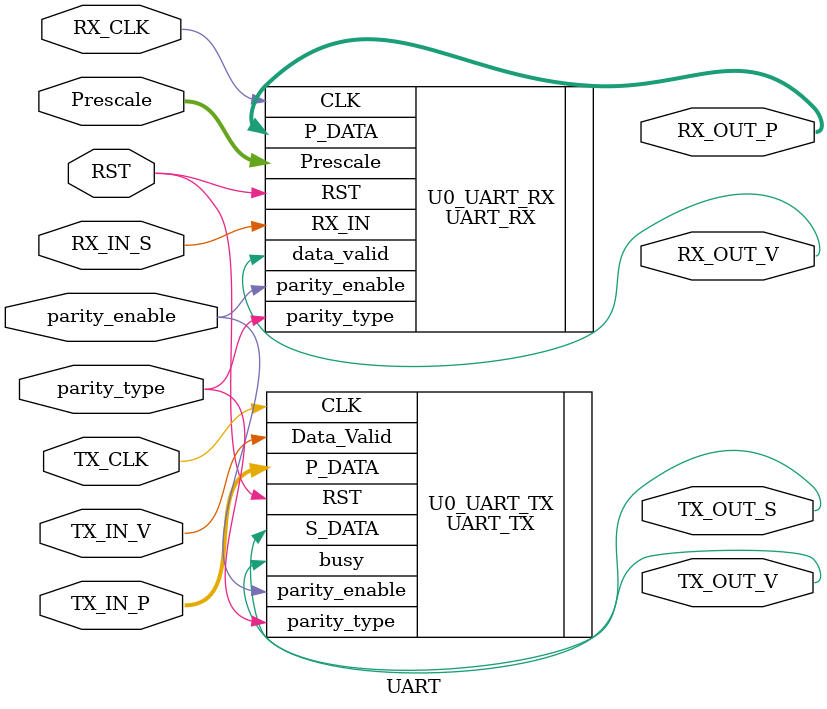
<source format=v>

module UART # ( parameter DATA_WIDTH = 8 , PRESCALE_WIDTH = 5 )

(
 input   wire                          RST,
 input   wire                          TX_CLK,
 input   wire                          RX_CLK,
 input   wire                          RX_IN_S,
 output  wire   [DATA_WIDTH-1:0]       RX_OUT_P, 
 output  wire                          RX_OUT_V,
 input   wire   [DATA_WIDTH-1:0]       TX_IN_P, 
 input   wire                          TX_IN_V, 
 output  wire                          TX_OUT_S,
 output  wire                          TX_OUT_V,  
 input   wire   [PRESCALE_WIDTH-1:0]   Prescale,
 input   wire                          parity_enable,
 input   wire                          parity_type
);


UART_TX  U0_UART_TX (
.CLK(TX_CLK),
.RST(RST),
.P_DATA(TX_IN_P),
.Data_Valid(TX_IN_V),
.parity_enable(parity_enable),
.parity_type(parity_type), 
.S_DATA(TX_OUT_S),
.busy(TX_OUT_V)
);
 
 
UART_RX U0_UART_RX (
.CLK(RX_CLK),
.RST(RST),
.RX_IN(RX_IN_S),
.Prescale(Prescale),
.parity_enable(parity_enable),
.parity_type(parity_type),
.P_DATA(RX_OUT_P), 
.data_valid(RX_OUT_V)
);
 



endmodule
 
</source>
